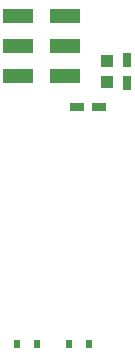
<source format=gbp>
G04 #@! TF.GenerationSoftware,KiCad,Pcbnew,5.0.0-rc3-6a2723a~65~ubuntu16.04.1*
G04 #@! TF.CreationDate,2018-07-10T16:09:43+03:00*
G04 #@! TF.ProjectId,livolo_1_channel_1way_eu_switch,6C69766F6C6F5F315F6368616E6E656C,rev?*
G04 #@! TF.SameCoordinates,Original*
G04 #@! TF.FileFunction,Paste,Bot*
G04 #@! TF.FilePolarity,Positive*
%FSLAX46Y46*%
G04 Gerber Fmt 4.6, Leading zero omitted, Abs format (unit mm)*
G04 Created by KiCad (PCBNEW 5.0.0-rc3-6a2723a~65~ubuntu16.04.1) date Tue Jul 10 16:09:43 2018*
%MOMM*%
%LPD*%
G01*
G04 APERTURE LIST*
%ADD10R,0.600000X0.800000*%
%ADD11R,1.200000X0.750000*%
%ADD12R,0.750000X1.200000*%
%ADD13R,2.500000X1.270000*%
%ADD14R,1.000000X0.995000*%
G04 APERTURE END LIST*
D10*
G04 #@! TO.C,D5*
X143800000Y-102500000D03*
X145500000Y-102500000D03*
G04 #@! TD*
G04 #@! TO.C,D6*
X139400000Y-102500000D03*
X141100000Y-102500000D03*
G04 #@! TD*
D11*
G04 #@! TO.C,C3*
X146400000Y-82450000D03*
X144500000Y-82450000D03*
G04 #@! TD*
D12*
G04 #@! TO.C,C4*
X148750000Y-80400000D03*
X148750000Y-78500000D03*
G04 #@! TD*
D13*
G04 #@! TO.C,J1*
X139500000Y-79800000D03*
X139500000Y-77300000D03*
X139500000Y-74760000D03*
X143500000Y-74760000D03*
X143500000Y-77300000D03*
X143500000Y-79840000D03*
G04 #@! TD*
D14*
G04 #@! TO.C,R1*
X147000000Y-80375000D03*
X147000000Y-78600000D03*
G04 #@! TD*
M02*

</source>
